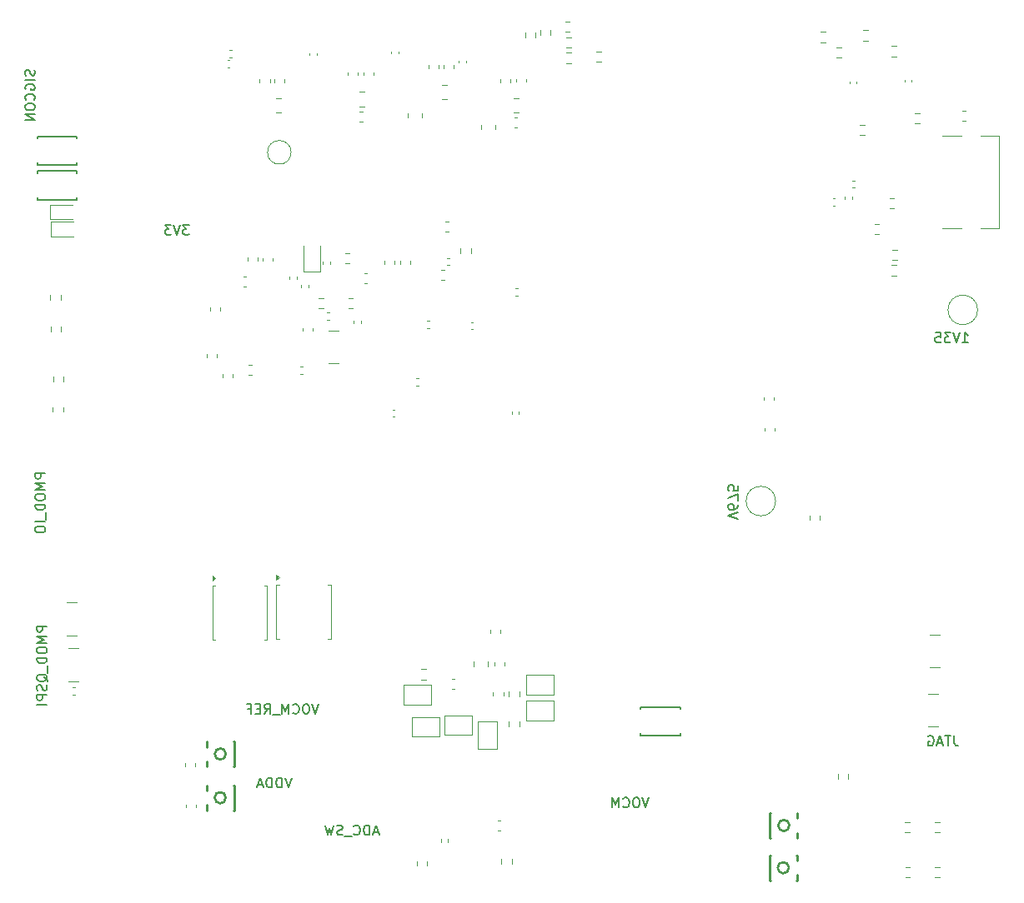
<source format=gbo>
G04 #@! TF.GenerationSoftware,KiCad,Pcbnew,9.0.3-9.0.3-0~ubuntu24.04.1*
G04 #@! TF.CreationDate,2025-08-06T18:11:09+02:00*
G04 #@! TF.ProjectId,acoustic-carrier-board,61636f75-7374-4696-932d-636172726965,rev?*
G04 #@! TF.SameCoordinates,Original*
G04 #@! TF.FileFunction,Legend,Bot*
G04 #@! TF.FilePolarity,Positive*
%FSLAX46Y46*%
G04 Gerber Fmt 4.6, Leading zero omitted, Abs format (unit mm)*
G04 Created by KiCad (PCBNEW 9.0.3-9.0.3-0~ubuntu24.04.1) date 2025-08-06 18:11:09*
%MOMM*%
%LPD*%
G01*
G04 APERTURE LIST*
%ADD10C,0.160000*%
%ADD11C,0.127000*%
%ADD12C,0.120000*%
%ADD13C,0.254000*%
G04 APERTURE END LIST*
D10*
X141182832Y-86709299D02*
X141754260Y-86709299D01*
X141468546Y-86709299D02*
X141468546Y-85709299D01*
X141468546Y-85709299D02*
X141563784Y-85852156D01*
X141563784Y-85852156D02*
X141659022Y-85947394D01*
X141659022Y-85947394D02*
X141754260Y-85995013D01*
X140897117Y-85709299D02*
X140563784Y-86709299D01*
X140563784Y-86709299D02*
X140230451Y-85709299D01*
X139992355Y-85709299D02*
X139373308Y-85709299D01*
X139373308Y-85709299D02*
X139706641Y-86090251D01*
X139706641Y-86090251D02*
X139563784Y-86090251D01*
X139563784Y-86090251D02*
X139468546Y-86137870D01*
X139468546Y-86137870D02*
X139420927Y-86185489D01*
X139420927Y-86185489D02*
X139373308Y-86280727D01*
X139373308Y-86280727D02*
X139373308Y-86518822D01*
X139373308Y-86518822D02*
X139420927Y-86614060D01*
X139420927Y-86614060D02*
X139468546Y-86661680D01*
X139468546Y-86661680D02*
X139563784Y-86709299D01*
X139563784Y-86709299D02*
X139849498Y-86709299D01*
X139849498Y-86709299D02*
X139944736Y-86661680D01*
X139944736Y-86661680D02*
X139992355Y-86614060D01*
X138468546Y-85709299D02*
X138944736Y-85709299D01*
X138944736Y-85709299D02*
X138992355Y-86185489D01*
X138992355Y-86185489D02*
X138944736Y-86137870D01*
X138944736Y-86137870D02*
X138849498Y-86090251D01*
X138849498Y-86090251D02*
X138611403Y-86090251D01*
X138611403Y-86090251D02*
X138516165Y-86137870D01*
X138516165Y-86137870D02*
X138468546Y-86185489D01*
X138468546Y-86185489D02*
X138420927Y-86280727D01*
X138420927Y-86280727D02*
X138420927Y-86518822D01*
X138420927Y-86518822D02*
X138468546Y-86614060D01*
X138468546Y-86614060D02*
X138516165Y-86661680D01*
X138516165Y-86661680D02*
X138611403Y-86709299D01*
X138611403Y-86709299D02*
X138849498Y-86709299D01*
X138849498Y-86709299D02*
X138944736Y-86661680D01*
X138944736Y-86661680D02*
X138992355Y-86614060D01*
X62671879Y-74759299D02*
X62052832Y-74759299D01*
X62052832Y-74759299D02*
X62386165Y-75140251D01*
X62386165Y-75140251D02*
X62243308Y-75140251D01*
X62243308Y-75140251D02*
X62148070Y-75187870D01*
X62148070Y-75187870D02*
X62100451Y-75235489D01*
X62100451Y-75235489D02*
X62052832Y-75330727D01*
X62052832Y-75330727D02*
X62052832Y-75568822D01*
X62052832Y-75568822D02*
X62100451Y-75664060D01*
X62100451Y-75664060D02*
X62148070Y-75711680D01*
X62148070Y-75711680D02*
X62243308Y-75759299D01*
X62243308Y-75759299D02*
X62529022Y-75759299D01*
X62529022Y-75759299D02*
X62624260Y-75711680D01*
X62624260Y-75711680D02*
X62671879Y-75664060D01*
X61767117Y-74759299D02*
X61433784Y-75759299D01*
X61433784Y-75759299D02*
X61100451Y-74759299D01*
X60862355Y-74759299D02*
X60243308Y-74759299D01*
X60243308Y-74759299D02*
X60576641Y-75140251D01*
X60576641Y-75140251D02*
X60433784Y-75140251D01*
X60433784Y-75140251D02*
X60338546Y-75187870D01*
X60338546Y-75187870D02*
X60290927Y-75235489D01*
X60290927Y-75235489D02*
X60243308Y-75330727D01*
X60243308Y-75330727D02*
X60243308Y-75568822D01*
X60243308Y-75568822D02*
X60290927Y-75664060D01*
X60290927Y-75664060D02*
X60338546Y-75711680D01*
X60338546Y-75711680D02*
X60433784Y-75759299D01*
X60433784Y-75759299D02*
X60719498Y-75759299D01*
X60719498Y-75759299D02*
X60814736Y-75711680D01*
X60814736Y-75711680D02*
X60862355Y-75664060D01*
X48059299Y-99973358D02*
X47059299Y-99973358D01*
X47059299Y-99973358D02*
X47059299Y-100354310D01*
X47059299Y-100354310D02*
X47106918Y-100449548D01*
X47106918Y-100449548D02*
X47154537Y-100497167D01*
X47154537Y-100497167D02*
X47249775Y-100544786D01*
X47249775Y-100544786D02*
X47392632Y-100544786D01*
X47392632Y-100544786D02*
X47487870Y-100497167D01*
X47487870Y-100497167D02*
X47535489Y-100449548D01*
X47535489Y-100449548D02*
X47583108Y-100354310D01*
X47583108Y-100354310D02*
X47583108Y-99973358D01*
X48059299Y-100973358D02*
X47059299Y-100973358D01*
X47059299Y-100973358D02*
X47773584Y-101306691D01*
X47773584Y-101306691D02*
X47059299Y-101640024D01*
X47059299Y-101640024D02*
X48059299Y-101640024D01*
X47059299Y-102306691D02*
X47059299Y-102497167D01*
X47059299Y-102497167D02*
X47106918Y-102592405D01*
X47106918Y-102592405D02*
X47202156Y-102687643D01*
X47202156Y-102687643D02*
X47392632Y-102735262D01*
X47392632Y-102735262D02*
X47725965Y-102735262D01*
X47725965Y-102735262D02*
X47916441Y-102687643D01*
X47916441Y-102687643D02*
X48011680Y-102592405D01*
X48011680Y-102592405D02*
X48059299Y-102497167D01*
X48059299Y-102497167D02*
X48059299Y-102306691D01*
X48059299Y-102306691D02*
X48011680Y-102211453D01*
X48011680Y-102211453D02*
X47916441Y-102116215D01*
X47916441Y-102116215D02*
X47725965Y-102068596D01*
X47725965Y-102068596D02*
X47392632Y-102068596D01*
X47392632Y-102068596D02*
X47202156Y-102116215D01*
X47202156Y-102116215D02*
X47106918Y-102211453D01*
X47106918Y-102211453D02*
X47059299Y-102306691D01*
X48059299Y-103163834D02*
X47059299Y-103163834D01*
X47059299Y-103163834D02*
X47059299Y-103401929D01*
X47059299Y-103401929D02*
X47106918Y-103544786D01*
X47106918Y-103544786D02*
X47202156Y-103640024D01*
X47202156Y-103640024D02*
X47297394Y-103687643D01*
X47297394Y-103687643D02*
X47487870Y-103735262D01*
X47487870Y-103735262D02*
X47630727Y-103735262D01*
X47630727Y-103735262D02*
X47821203Y-103687643D01*
X47821203Y-103687643D02*
X47916441Y-103640024D01*
X47916441Y-103640024D02*
X48011680Y-103544786D01*
X48011680Y-103544786D02*
X48059299Y-103401929D01*
X48059299Y-103401929D02*
X48059299Y-103163834D01*
X48154537Y-103925739D02*
X48154537Y-104687643D01*
X48059299Y-104925739D02*
X47059299Y-104925739D01*
X47059299Y-105592405D02*
X47059299Y-105782881D01*
X47059299Y-105782881D02*
X47106918Y-105878119D01*
X47106918Y-105878119D02*
X47202156Y-105973357D01*
X47202156Y-105973357D02*
X47392632Y-106020976D01*
X47392632Y-106020976D02*
X47725965Y-106020976D01*
X47725965Y-106020976D02*
X47916441Y-105973357D01*
X47916441Y-105973357D02*
X48011680Y-105878119D01*
X48011680Y-105878119D02*
X48059299Y-105782881D01*
X48059299Y-105782881D02*
X48059299Y-105592405D01*
X48059299Y-105592405D02*
X48011680Y-105497167D01*
X48011680Y-105497167D02*
X47916441Y-105401929D01*
X47916441Y-105401929D02*
X47725965Y-105354310D01*
X47725965Y-105354310D02*
X47392632Y-105354310D01*
X47392632Y-105354310D02*
X47202156Y-105401929D01*
X47202156Y-105401929D02*
X47106918Y-105497167D01*
X47106918Y-105497167D02*
X47059299Y-105592405D01*
X73079498Y-130929299D02*
X72746165Y-131929299D01*
X72746165Y-131929299D02*
X72412832Y-130929299D01*
X72079498Y-131929299D02*
X72079498Y-130929299D01*
X72079498Y-130929299D02*
X71841403Y-130929299D01*
X71841403Y-130929299D02*
X71698546Y-130976918D01*
X71698546Y-130976918D02*
X71603308Y-131072156D01*
X71603308Y-131072156D02*
X71555689Y-131167394D01*
X71555689Y-131167394D02*
X71508070Y-131357870D01*
X71508070Y-131357870D02*
X71508070Y-131500727D01*
X71508070Y-131500727D02*
X71555689Y-131691203D01*
X71555689Y-131691203D02*
X71603308Y-131786441D01*
X71603308Y-131786441D02*
X71698546Y-131881680D01*
X71698546Y-131881680D02*
X71841403Y-131929299D01*
X71841403Y-131929299D02*
X72079498Y-131929299D01*
X71079498Y-131929299D02*
X71079498Y-130929299D01*
X71079498Y-130929299D02*
X70841403Y-130929299D01*
X70841403Y-130929299D02*
X70698546Y-130976918D01*
X70698546Y-130976918D02*
X70603308Y-131072156D01*
X70603308Y-131072156D02*
X70555689Y-131167394D01*
X70555689Y-131167394D02*
X70508070Y-131357870D01*
X70508070Y-131357870D02*
X70508070Y-131500727D01*
X70508070Y-131500727D02*
X70555689Y-131691203D01*
X70555689Y-131691203D02*
X70603308Y-131786441D01*
X70603308Y-131786441D02*
X70698546Y-131881680D01*
X70698546Y-131881680D02*
X70841403Y-131929299D01*
X70841403Y-131929299D02*
X71079498Y-131929299D01*
X70127117Y-131643584D02*
X69650927Y-131643584D01*
X70222355Y-131929299D02*
X69889022Y-130929299D01*
X69889022Y-130929299D02*
X69555689Y-131929299D01*
X109369498Y-132949299D02*
X109036165Y-133949299D01*
X109036165Y-133949299D02*
X108702832Y-132949299D01*
X108179022Y-132949299D02*
X107988546Y-132949299D01*
X107988546Y-132949299D02*
X107893308Y-132996918D01*
X107893308Y-132996918D02*
X107798070Y-133092156D01*
X107798070Y-133092156D02*
X107750451Y-133282632D01*
X107750451Y-133282632D02*
X107750451Y-133615965D01*
X107750451Y-133615965D02*
X107798070Y-133806441D01*
X107798070Y-133806441D02*
X107893308Y-133901680D01*
X107893308Y-133901680D02*
X107988546Y-133949299D01*
X107988546Y-133949299D02*
X108179022Y-133949299D01*
X108179022Y-133949299D02*
X108274260Y-133901680D01*
X108274260Y-133901680D02*
X108369498Y-133806441D01*
X108369498Y-133806441D02*
X108417117Y-133615965D01*
X108417117Y-133615965D02*
X108417117Y-133282632D01*
X108417117Y-133282632D02*
X108369498Y-133092156D01*
X108369498Y-133092156D02*
X108274260Y-132996918D01*
X108274260Y-132996918D02*
X108179022Y-132949299D01*
X106750451Y-133854060D02*
X106798070Y-133901680D01*
X106798070Y-133901680D02*
X106940927Y-133949299D01*
X106940927Y-133949299D02*
X107036165Y-133949299D01*
X107036165Y-133949299D02*
X107179022Y-133901680D01*
X107179022Y-133901680D02*
X107274260Y-133806441D01*
X107274260Y-133806441D02*
X107321879Y-133711203D01*
X107321879Y-133711203D02*
X107369498Y-133520727D01*
X107369498Y-133520727D02*
X107369498Y-133377870D01*
X107369498Y-133377870D02*
X107321879Y-133187394D01*
X107321879Y-133187394D02*
X107274260Y-133092156D01*
X107274260Y-133092156D02*
X107179022Y-132996918D01*
X107179022Y-132996918D02*
X107036165Y-132949299D01*
X107036165Y-132949299D02*
X106940927Y-132949299D01*
X106940927Y-132949299D02*
X106798070Y-132996918D01*
X106798070Y-132996918D02*
X106750451Y-133044537D01*
X106321879Y-133949299D02*
X106321879Y-132949299D01*
X106321879Y-132949299D02*
X105988546Y-133663584D01*
X105988546Y-133663584D02*
X105655213Y-132949299D01*
X105655213Y-132949299D02*
X105655213Y-133949299D01*
X140340927Y-126669299D02*
X140340927Y-127383584D01*
X140340927Y-127383584D02*
X140388546Y-127526441D01*
X140388546Y-127526441D02*
X140483784Y-127621680D01*
X140483784Y-127621680D02*
X140626641Y-127669299D01*
X140626641Y-127669299D02*
X140721879Y-127669299D01*
X140007593Y-126669299D02*
X139436165Y-126669299D01*
X139721879Y-127669299D02*
X139721879Y-126669299D01*
X139150450Y-127383584D02*
X138674260Y-127383584D01*
X139245688Y-127669299D02*
X138912355Y-126669299D01*
X138912355Y-126669299D02*
X138579022Y-127669299D01*
X137721879Y-126716918D02*
X137817117Y-126669299D01*
X137817117Y-126669299D02*
X137959974Y-126669299D01*
X137959974Y-126669299D02*
X138102831Y-126716918D01*
X138102831Y-126716918D02*
X138198069Y-126812156D01*
X138198069Y-126812156D02*
X138245688Y-126907394D01*
X138245688Y-126907394D02*
X138293307Y-127097870D01*
X138293307Y-127097870D02*
X138293307Y-127240727D01*
X138293307Y-127240727D02*
X138245688Y-127431203D01*
X138245688Y-127431203D02*
X138198069Y-127526441D01*
X138198069Y-127526441D02*
X138102831Y-127621680D01*
X138102831Y-127621680D02*
X137959974Y-127669299D01*
X137959974Y-127669299D02*
X137864736Y-127669299D01*
X137864736Y-127669299D02*
X137721879Y-127621680D01*
X137721879Y-127621680D02*
X137674260Y-127574060D01*
X137674260Y-127574060D02*
X137674260Y-127240727D01*
X137674260Y-127240727D02*
X137864736Y-127240727D01*
X118392950Y-104629498D02*
X117392950Y-104296165D01*
X117392950Y-104296165D02*
X118392950Y-103962832D01*
X118392950Y-103200927D02*
X118392950Y-103391403D01*
X118392950Y-103391403D02*
X118345331Y-103486641D01*
X118345331Y-103486641D02*
X118297712Y-103534260D01*
X118297712Y-103534260D02*
X118154855Y-103629498D01*
X118154855Y-103629498D02*
X117964379Y-103677117D01*
X117964379Y-103677117D02*
X117583427Y-103677117D01*
X117583427Y-103677117D02*
X117488189Y-103629498D01*
X117488189Y-103629498D02*
X117440570Y-103581879D01*
X117440570Y-103581879D02*
X117392950Y-103486641D01*
X117392950Y-103486641D02*
X117392950Y-103296165D01*
X117392950Y-103296165D02*
X117440570Y-103200927D01*
X117440570Y-103200927D02*
X117488189Y-103153308D01*
X117488189Y-103153308D02*
X117583427Y-103105689D01*
X117583427Y-103105689D02*
X117821522Y-103105689D01*
X117821522Y-103105689D02*
X117916760Y-103153308D01*
X117916760Y-103153308D02*
X117964379Y-103200927D01*
X117964379Y-103200927D02*
X118011998Y-103296165D01*
X118011998Y-103296165D02*
X118011998Y-103486641D01*
X118011998Y-103486641D02*
X117964379Y-103581879D01*
X117964379Y-103581879D02*
X117916760Y-103629498D01*
X117916760Y-103629498D02*
X117821522Y-103677117D01*
X118392950Y-102772355D02*
X118392950Y-102105689D01*
X118392950Y-102105689D02*
X117392950Y-102534260D01*
X118392950Y-101248546D02*
X118392950Y-101724736D01*
X118392950Y-101724736D02*
X117916760Y-101772355D01*
X117916760Y-101772355D02*
X117964379Y-101724736D01*
X117964379Y-101724736D02*
X118011998Y-101629498D01*
X118011998Y-101629498D02*
X118011998Y-101391403D01*
X118011998Y-101391403D02*
X117964379Y-101296165D01*
X117964379Y-101296165D02*
X117916760Y-101248546D01*
X117916760Y-101248546D02*
X117821522Y-101200927D01*
X117821522Y-101200927D02*
X117583427Y-101200927D01*
X117583427Y-101200927D02*
X117488189Y-101248546D01*
X117488189Y-101248546D02*
X117440570Y-101296165D01*
X117440570Y-101296165D02*
X117392950Y-101391403D01*
X117392950Y-101391403D02*
X117392950Y-101629498D01*
X117392950Y-101629498D02*
X117440570Y-101724736D01*
X117440570Y-101724736D02*
X117488189Y-101772355D01*
X48229299Y-115543358D02*
X47229299Y-115543358D01*
X47229299Y-115543358D02*
X47229299Y-115924310D01*
X47229299Y-115924310D02*
X47276918Y-116019548D01*
X47276918Y-116019548D02*
X47324537Y-116067167D01*
X47324537Y-116067167D02*
X47419775Y-116114786D01*
X47419775Y-116114786D02*
X47562632Y-116114786D01*
X47562632Y-116114786D02*
X47657870Y-116067167D01*
X47657870Y-116067167D02*
X47705489Y-116019548D01*
X47705489Y-116019548D02*
X47753108Y-115924310D01*
X47753108Y-115924310D02*
X47753108Y-115543358D01*
X48229299Y-116543358D02*
X47229299Y-116543358D01*
X47229299Y-116543358D02*
X47943584Y-116876691D01*
X47943584Y-116876691D02*
X47229299Y-117210024D01*
X47229299Y-117210024D02*
X48229299Y-117210024D01*
X47229299Y-117876691D02*
X47229299Y-118067167D01*
X47229299Y-118067167D02*
X47276918Y-118162405D01*
X47276918Y-118162405D02*
X47372156Y-118257643D01*
X47372156Y-118257643D02*
X47562632Y-118305262D01*
X47562632Y-118305262D02*
X47895965Y-118305262D01*
X47895965Y-118305262D02*
X48086441Y-118257643D01*
X48086441Y-118257643D02*
X48181680Y-118162405D01*
X48181680Y-118162405D02*
X48229299Y-118067167D01*
X48229299Y-118067167D02*
X48229299Y-117876691D01*
X48229299Y-117876691D02*
X48181680Y-117781453D01*
X48181680Y-117781453D02*
X48086441Y-117686215D01*
X48086441Y-117686215D02*
X47895965Y-117638596D01*
X47895965Y-117638596D02*
X47562632Y-117638596D01*
X47562632Y-117638596D02*
X47372156Y-117686215D01*
X47372156Y-117686215D02*
X47276918Y-117781453D01*
X47276918Y-117781453D02*
X47229299Y-117876691D01*
X48229299Y-118733834D02*
X47229299Y-118733834D01*
X47229299Y-118733834D02*
X47229299Y-118971929D01*
X47229299Y-118971929D02*
X47276918Y-119114786D01*
X47276918Y-119114786D02*
X47372156Y-119210024D01*
X47372156Y-119210024D02*
X47467394Y-119257643D01*
X47467394Y-119257643D02*
X47657870Y-119305262D01*
X47657870Y-119305262D02*
X47800727Y-119305262D01*
X47800727Y-119305262D02*
X47991203Y-119257643D01*
X47991203Y-119257643D02*
X48086441Y-119210024D01*
X48086441Y-119210024D02*
X48181680Y-119114786D01*
X48181680Y-119114786D02*
X48229299Y-118971929D01*
X48229299Y-118971929D02*
X48229299Y-118733834D01*
X48324537Y-119495739D02*
X48324537Y-120257643D01*
X48324537Y-121162405D02*
X48276918Y-121067167D01*
X48276918Y-121067167D02*
X48181680Y-120971929D01*
X48181680Y-120971929D02*
X48038822Y-120829072D01*
X48038822Y-120829072D02*
X47991203Y-120733834D01*
X47991203Y-120733834D02*
X47991203Y-120638596D01*
X48229299Y-120686215D02*
X48181680Y-120590977D01*
X48181680Y-120590977D02*
X48086441Y-120495739D01*
X48086441Y-120495739D02*
X47895965Y-120448120D01*
X47895965Y-120448120D02*
X47562632Y-120448120D01*
X47562632Y-120448120D02*
X47372156Y-120495739D01*
X47372156Y-120495739D02*
X47276918Y-120590977D01*
X47276918Y-120590977D02*
X47229299Y-120686215D01*
X47229299Y-120686215D02*
X47229299Y-120876691D01*
X47229299Y-120876691D02*
X47276918Y-120971929D01*
X47276918Y-120971929D02*
X47372156Y-121067167D01*
X47372156Y-121067167D02*
X47562632Y-121114786D01*
X47562632Y-121114786D02*
X47895965Y-121114786D01*
X47895965Y-121114786D02*
X48086441Y-121067167D01*
X48086441Y-121067167D02*
X48181680Y-120971929D01*
X48181680Y-120971929D02*
X48229299Y-120876691D01*
X48229299Y-120876691D02*
X48229299Y-120686215D01*
X48181680Y-121495739D02*
X48229299Y-121638596D01*
X48229299Y-121638596D02*
X48229299Y-121876691D01*
X48229299Y-121876691D02*
X48181680Y-121971929D01*
X48181680Y-121971929D02*
X48134060Y-122019548D01*
X48134060Y-122019548D02*
X48038822Y-122067167D01*
X48038822Y-122067167D02*
X47943584Y-122067167D01*
X47943584Y-122067167D02*
X47848346Y-122019548D01*
X47848346Y-122019548D02*
X47800727Y-121971929D01*
X47800727Y-121971929D02*
X47753108Y-121876691D01*
X47753108Y-121876691D02*
X47705489Y-121686215D01*
X47705489Y-121686215D02*
X47657870Y-121590977D01*
X47657870Y-121590977D02*
X47610251Y-121543358D01*
X47610251Y-121543358D02*
X47515013Y-121495739D01*
X47515013Y-121495739D02*
X47419775Y-121495739D01*
X47419775Y-121495739D02*
X47324537Y-121543358D01*
X47324537Y-121543358D02*
X47276918Y-121590977D01*
X47276918Y-121590977D02*
X47229299Y-121686215D01*
X47229299Y-121686215D02*
X47229299Y-121924310D01*
X47229299Y-121924310D02*
X47276918Y-122067167D01*
X48229299Y-122495739D02*
X47229299Y-122495739D01*
X47229299Y-122495739D02*
X47229299Y-122876691D01*
X47229299Y-122876691D02*
X47276918Y-122971929D01*
X47276918Y-122971929D02*
X47324537Y-123019548D01*
X47324537Y-123019548D02*
X47419775Y-123067167D01*
X47419775Y-123067167D02*
X47562632Y-123067167D01*
X47562632Y-123067167D02*
X47657870Y-123019548D01*
X47657870Y-123019548D02*
X47705489Y-122971929D01*
X47705489Y-122971929D02*
X47753108Y-122876691D01*
X47753108Y-122876691D02*
X47753108Y-122495739D01*
X48229299Y-123495739D02*
X47229299Y-123495739D01*
X81874260Y-136473584D02*
X81398070Y-136473584D01*
X81969498Y-136759299D02*
X81636165Y-135759299D01*
X81636165Y-135759299D02*
X81302832Y-136759299D01*
X80969498Y-136759299D02*
X80969498Y-135759299D01*
X80969498Y-135759299D02*
X80731403Y-135759299D01*
X80731403Y-135759299D02*
X80588546Y-135806918D01*
X80588546Y-135806918D02*
X80493308Y-135902156D01*
X80493308Y-135902156D02*
X80445689Y-135997394D01*
X80445689Y-135997394D02*
X80398070Y-136187870D01*
X80398070Y-136187870D02*
X80398070Y-136330727D01*
X80398070Y-136330727D02*
X80445689Y-136521203D01*
X80445689Y-136521203D02*
X80493308Y-136616441D01*
X80493308Y-136616441D02*
X80588546Y-136711680D01*
X80588546Y-136711680D02*
X80731403Y-136759299D01*
X80731403Y-136759299D02*
X80969498Y-136759299D01*
X79398070Y-136664060D02*
X79445689Y-136711680D01*
X79445689Y-136711680D02*
X79588546Y-136759299D01*
X79588546Y-136759299D02*
X79683784Y-136759299D01*
X79683784Y-136759299D02*
X79826641Y-136711680D01*
X79826641Y-136711680D02*
X79921879Y-136616441D01*
X79921879Y-136616441D02*
X79969498Y-136521203D01*
X79969498Y-136521203D02*
X80017117Y-136330727D01*
X80017117Y-136330727D02*
X80017117Y-136187870D01*
X80017117Y-136187870D02*
X79969498Y-135997394D01*
X79969498Y-135997394D02*
X79921879Y-135902156D01*
X79921879Y-135902156D02*
X79826641Y-135806918D01*
X79826641Y-135806918D02*
X79683784Y-135759299D01*
X79683784Y-135759299D02*
X79588546Y-135759299D01*
X79588546Y-135759299D02*
X79445689Y-135806918D01*
X79445689Y-135806918D02*
X79398070Y-135854537D01*
X79207594Y-136854537D02*
X78445689Y-136854537D01*
X78255212Y-136711680D02*
X78112355Y-136759299D01*
X78112355Y-136759299D02*
X77874260Y-136759299D01*
X77874260Y-136759299D02*
X77779022Y-136711680D01*
X77779022Y-136711680D02*
X77731403Y-136664060D01*
X77731403Y-136664060D02*
X77683784Y-136568822D01*
X77683784Y-136568822D02*
X77683784Y-136473584D01*
X77683784Y-136473584D02*
X77731403Y-136378346D01*
X77731403Y-136378346D02*
X77779022Y-136330727D01*
X77779022Y-136330727D02*
X77874260Y-136283108D01*
X77874260Y-136283108D02*
X78064736Y-136235489D01*
X78064736Y-136235489D02*
X78159974Y-136187870D01*
X78159974Y-136187870D02*
X78207593Y-136140251D01*
X78207593Y-136140251D02*
X78255212Y-136045013D01*
X78255212Y-136045013D02*
X78255212Y-135949775D01*
X78255212Y-135949775D02*
X78207593Y-135854537D01*
X78207593Y-135854537D02*
X78159974Y-135806918D01*
X78159974Y-135806918D02*
X78064736Y-135759299D01*
X78064736Y-135759299D02*
X77826641Y-135759299D01*
X77826641Y-135759299D02*
X77683784Y-135806918D01*
X77350450Y-135759299D02*
X77112355Y-136759299D01*
X77112355Y-136759299D02*
X76921879Y-136045013D01*
X76921879Y-136045013D02*
X76731403Y-136759299D01*
X76731403Y-136759299D02*
X76493308Y-135759299D01*
X75839498Y-123444299D02*
X75506165Y-124444299D01*
X75506165Y-124444299D02*
X75172832Y-123444299D01*
X74649022Y-123444299D02*
X74458546Y-123444299D01*
X74458546Y-123444299D02*
X74363308Y-123491918D01*
X74363308Y-123491918D02*
X74268070Y-123587156D01*
X74268070Y-123587156D02*
X74220451Y-123777632D01*
X74220451Y-123777632D02*
X74220451Y-124110965D01*
X74220451Y-124110965D02*
X74268070Y-124301441D01*
X74268070Y-124301441D02*
X74363308Y-124396680D01*
X74363308Y-124396680D02*
X74458546Y-124444299D01*
X74458546Y-124444299D02*
X74649022Y-124444299D01*
X74649022Y-124444299D02*
X74744260Y-124396680D01*
X74744260Y-124396680D02*
X74839498Y-124301441D01*
X74839498Y-124301441D02*
X74887117Y-124110965D01*
X74887117Y-124110965D02*
X74887117Y-123777632D01*
X74887117Y-123777632D02*
X74839498Y-123587156D01*
X74839498Y-123587156D02*
X74744260Y-123491918D01*
X74744260Y-123491918D02*
X74649022Y-123444299D01*
X73220451Y-124349060D02*
X73268070Y-124396680D01*
X73268070Y-124396680D02*
X73410927Y-124444299D01*
X73410927Y-124444299D02*
X73506165Y-124444299D01*
X73506165Y-124444299D02*
X73649022Y-124396680D01*
X73649022Y-124396680D02*
X73744260Y-124301441D01*
X73744260Y-124301441D02*
X73791879Y-124206203D01*
X73791879Y-124206203D02*
X73839498Y-124015727D01*
X73839498Y-124015727D02*
X73839498Y-123872870D01*
X73839498Y-123872870D02*
X73791879Y-123682394D01*
X73791879Y-123682394D02*
X73744260Y-123587156D01*
X73744260Y-123587156D02*
X73649022Y-123491918D01*
X73649022Y-123491918D02*
X73506165Y-123444299D01*
X73506165Y-123444299D02*
X73410927Y-123444299D01*
X73410927Y-123444299D02*
X73268070Y-123491918D01*
X73268070Y-123491918D02*
X73220451Y-123539537D01*
X72791879Y-124444299D02*
X72791879Y-123444299D01*
X72791879Y-123444299D02*
X72458546Y-124158584D01*
X72458546Y-124158584D02*
X72125213Y-123444299D01*
X72125213Y-123444299D02*
X72125213Y-124444299D01*
X71887118Y-124539537D02*
X71125213Y-124539537D01*
X70315689Y-124444299D02*
X70649022Y-123968108D01*
X70887117Y-124444299D02*
X70887117Y-123444299D01*
X70887117Y-123444299D02*
X70506165Y-123444299D01*
X70506165Y-123444299D02*
X70410927Y-123491918D01*
X70410927Y-123491918D02*
X70363308Y-123539537D01*
X70363308Y-123539537D02*
X70315689Y-123634775D01*
X70315689Y-123634775D02*
X70315689Y-123777632D01*
X70315689Y-123777632D02*
X70363308Y-123872870D01*
X70363308Y-123872870D02*
X70410927Y-123920489D01*
X70410927Y-123920489D02*
X70506165Y-123968108D01*
X70506165Y-123968108D02*
X70887117Y-123968108D01*
X69887117Y-123920489D02*
X69553784Y-123920489D01*
X69410927Y-124444299D02*
X69887117Y-124444299D01*
X69887117Y-124444299D02*
X69887117Y-123444299D01*
X69887117Y-123444299D02*
X69410927Y-123444299D01*
X68649022Y-123920489D02*
X68982355Y-123920489D01*
X68982355Y-124444299D02*
X68982355Y-123444299D01*
X68982355Y-123444299D02*
X68506165Y-123444299D01*
X46981680Y-58985739D02*
X47029299Y-59128596D01*
X47029299Y-59128596D02*
X47029299Y-59366691D01*
X47029299Y-59366691D02*
X46981680Y-59461929D01*
X46981680Y-59461929D02*
X46934060Y-59509548D01*
X46934060Y-59509548D02*
X46838822Y-59557167D01*
X46838822Y-59557167D02*
X46743584Y-59557167D01*
X46743584Y-59557167D02*
X46648346Y-59509548D01*
X46648346Y-59509548D02*
X46600727Y-59461929D01*
X46600727Y-59461929D02*
X46553108Y-59366691D01*
X46553108Y-59366691D02*
X46505489Y-59176215D01*
X46505489Y-59176215D02*
X46457870Y-59080977D01*
X46457870Y-59080977D02*
X46410251Y-59033358D01*
X46410251Y-59033358D02*
X46315013Y-58985739D01*
X46315013Y-58985739D02*
X46219775Y-58985739D01*
X46219775Y-58985739D02*
X46124537Y-59033358D01*
X46124537Y-59033358D02*
X46076918Y-59080977D01*
X46076918Y-59080977D02*
X46029299Y-59176215D01*
X46029299Y-59176215D02*
X46029299Y-59414310D01*
X46029299Y-59414310D02*
X46076918Y-59557167D01*
X47029299Y-59985739D02*
X46029299Y-59985739D01*
X46076918Y-60985738D02*
X46029299Y-60890500D01*
X46029299Y-60890500D02*
X46029299Y-60747643D01*
X46029299Y-60747643D02*
X46076918Y-60604786D01*
X46076918Y-60604786D02*
X46172156Y-60509548D01*
X46172156Y-60509548D02*
X46267394Y-60461929D01*
X46267394Y-60461929D02*
X46457870Y-60414310D01*
X46457870Y-60414310D02*
X46600727Y-60414310D01*
X46600727Y-60414310D02*
X46791203Y-60461929D01*
X46791203Y-60461929D02*
X46886441Y-60509548D01*
X46886441Y-60509548D02*
X46981680Y-60604786D01*
X46981680Y-60604786D02*
X47029299Y-60747643D01*
X47029299Y-60747643D02*
X47029299Y-60842881D01*
X47029299Y-60842881D02*
X46981680Y-60985738D01*
X46981680Y-60985738D02*
X46934060Y-61033357D01*
X46934060Y-61033357D02*
X46600727Y-61033357D01*
X46600727Y-61033357D02*
X46600727Y-60842881D01*
X46934060Y-62033357D02*
X46981680Y-61985738D01*
X46981680Y-61985738D02*
X47029299Y-61842881D01*
X47029299Y-61842881D02*
X47029299Y-61747643D01*
X47029299Y-61747643D02*
X46981680Y-61604786D01*
X46981680Y-61604786D02*
X46886441Y-61509548D01*
X46886441Y-61509548D02*
X46791203Y-61461929D01*
X46791203Y-61461929D02*
X46600727Y-61414310D01*
X46600727Y-61414310D02*
X46457870Y-61414310D01*
X46457870Y-61414310D02*
X46267394Y-61461929D01*
X46267394Y-61461929D02*
X46172156Y-61509548D01*
X46172156Y-61509548D02*
X46076918Y-61604786D01*
X46076918Y-61604786D02*
X46029299Y-61747643D01*
X46029299Y-61747643D02*
X46029299Y-61842881D01*
X46029299Y-61842881D02*
X46076918Y-61985738D01*
X46076918Y-61985738D02*
X46124537Y-62033357D01*
X46029299Y-62652405D02*
X46029299Y-62842881D01*
X46029299Y-62842881D02*
X46076918Y-62938119D01*
X46076918Y-62938119D02*
X46172156Y-63033357D01*
X46172156Y-63033357D02*
X46362632Y-63080976D01*
X46362632Y-63080976D02*
X46695965Y-63080976D01*
X46695965Y-63080976D02*
X46886441Y-63033357D01*
X46886441Y-63033357D02*
X46981680Y-62938119D01*
X46981680Y-62938119D02*
X47029299Y-62842881D01*
X47029299Y-62842881D02*
X47029299Y-62652405D01*
X47029299Y-62652405D02*
X46981680Y-62557167D01*
X46981680Y-62557167D02*
X46886441Y-62461929D01*
X46886441Y-62461929D02*
X46695965Y-62414310D01*
X46695965Y-62414310D02*
X46362632Y-62414310D01*
X46362632Y-62414310D02*
X46172156Y-62461929D01*
X46172156Y-62461929D02*
X46076918Y-62557167D01*
X46076918Y-62557167D02*
X46029299Y-62652405D01*
X47029299Y-63509548D02*
X46029299Y-63509548D01*
X46029299Y-63509548D02*
X47029299Y-64080976D01*
X47029299Y-64080976D02*
X46029299Y-64080976D01*
D11*
X108520000Y-123730000D02*
X108520000Y-123960000D01*
X108520000Y-126400000D02*
X108520000Y-126630000D01*
X108520000Y-126630000D02*
X112520000Y-126630000D01*
X112520000Y-123730000D02*
X108520000Y-123730000D01*
X112520000Y-123730000D02*
X112520000Y-123960000D01*
X112520000Y-126630000D02*
X112520000Y-126400000D01*
D12*
X71493748Y-61860000D02*
X72016252Y-61860000D01*
X71493748Y-63330000D02*
X72016252Y-63330000D01*
X78745000Y-59505580D02*
X78745000Y-59224420D01*
X79765000Y-59505580D02*
X79765000Y-59224420D01*
X88610000Y-124600000D02*
X88610000Y-126600000D01*
X88610000Y-126600000D02*
X91410000Y-126600000D01*
X91410000Y-124600000D02*
X88610000Y-124600000D01*
X91410000Y-126600000D02*
X91410000Y-124600000D01*
D11*
X47250000Y-69270000D02*
X47250000Y-69500000D01*
X47250000Y-72170000D02*
X47250000Y-71940000D01*
X47250000Y-72170000D02*
X51250000Y-72170000D01*
X51250000Y-69270000D02*
X47250000Y-69270000D01*
X51250000Y-69500000D02*
X51250000Y-69270000D01*
X51250000Y-72170000D02*
X51250000Y-71940000D01*
D12*
X48847500Y-93262742D02*
X48847500Y-93737258D01*
X49892500Y-93262742D02*
X49892500Y-93737258D01*
X94001920Y-135270000D02*
X94283080Y-135270000D01*
X94001920Y-136290000D02*
X94283080Y-136290000D01*
X95890000Y-60220580D02*
X95890000Y-59939420D01*
X96910000Y-60220580D02*
X96910000Y-59939420D01*
X68630000Y-78412779D02*
X68630000Y-78087221D01*
X69650000Y-78412779D02*
X69650000Y-78087221D01*
X141167221Y-63170000D02*
X141492779Y-63170000D01*
X141167221Y-64190000D02*
X141492779Y-64190000D01*
X128537500Y-131054724D02*
X128537500Y-130545276D01*
X129582500Y-131054724D02*
X129582500Y-130545276D01*
X142730000Y-83380000D02*
G75*
G02*
X139730000Y-83380000I-1500000J0D01*
G01*
X139730000Y-83380000D02*
G75*
G02*
X142730000Y-83380000I1500000J0D01*
G01*
X122222250Y-102810000D02*
G75*
G02*
X119222250Y-102810000I-1500000J0D01*
G01*
X119222250Y-102810000D02*
G75*
G02*
X122222250Y-102810000I1500000J0D01*
G01*
X73030000Y-67370000D02*
G75*
G02*
X70630000Y-67370000I-1200000J0D01*
G01*
X70630000Y-67370000D02*
G75*
G02*
X73030000Y-67370000I1200000J0D01*
G01*
X134497258Y-78847500D02*
X134022742Y-78847500D01*
X134497258Y-79892500D02*
X134022742Y-79892500D01*
X93675000Y-119207221D02*
X93675000Y-119532779D01*
X94695000Y-119207221D02*
X94695000Y-119532779D01*
X139130000Y-65670000D02*
X141130000Y-65670000D01*
X139130000Y-75070000D02*
X141130000Y-75070000D01*
X143030000Y-65670000D02*
X144930000Y-65670000D01*
X143030000Y-75070000D02*
X144930000Y-75070000D01*
X144930000Y-65670000D02*
X144930000Y-75070000D01*
X135320000Y-60207836D02*
X135320000Y-59992164D01*
X136040000Y-60207836D02*
X136040000Y-59992164D01*
X121060000Y-92530580D02*
X121060000Y-92249420D01*
X122080000Y-92530580D02*
X122080000Y-92249420D01*
X89344420Y-120860000D02*
X89625580Y-120860000D01*
X89344420Y-121880000D02*
X89625580Y-121880000D01*
X70150000Y-78099420D02*
X70150000Y-78380580D01*
X71170000Y-78099420D02*
X71170000Y-78380580D01*
X100952744Y-55657499D02*
X101427260Y-55657499D01*
X100952744Y-56702499D02*
X101427260Y-56702499D01*
X79350000Y-84773641D02*
X79350000Y-84466359D01*
X80110000Y-84773641D02*
X80110000Y-84466359D01*
X95137500Y-122162742D02*
X95137500Y-122637258D01*
X96182500Y-122162742D02*
X96182500Y-122637258D01*
X134267258Y-72007500D02*
X133792742Y-72007500D01*
X134267258Y-73052500D02*
X133792742Y-73052500D01*
X72860000Y-80273641D02*
X72860000Y-79966359D01*
X73620000Y-80273641D02*
X73620000Y-79966359D01*
X62300000Y-129756267D02*
X62300000Y-129463733D01*
X63320000Y-129756267D02*
X63320000Y-129463733D01*
X129732500Y-60375336D02*
X129732500Y-60159664D01*
X130452500Y-60375336D02*
X130452500Y-60159664D01*
X138910000Y-116370000D02*
X137910000Y-116370000D01*
X138910000Y-119730000D02*
X137910000Y-119730000D01*
X50826359Y-121760000D02*
X51133641Y-121760000D01*
X50826359Y-122520000D02*
X51133641Y-122520000D01*
X74310000Y-79520000D02*
X74310000Y-76860000D01*
X76010000Y-79520000D02*
X74310000Y-79520000D01*
X76010000Y-79520000D02*
X76010000Y-76860000D01*
X50250000Y-113140000D02*
X51250000Y-113140000D01*
X50250000Y-116500000D02*
X51250000Y-116500000D01*
X88220000Y-137457621D02*
X88220000Y-137122379D01*
X88980000Y-137457621D02*
X88980000Y-137122379D01*
X82500000Y-78700580D02*
X82500000Y-78419420D01*
X83520000Y-78700580D02*
X83520000Y-78419420D01*
X90222500Y-77607258D02*
X90222500Y-77132742D01*
X91267500Y-77607258D02*
X91267500Y-77132742D01*
X74895000Y-57277164D02*
X74895000Y-57492836D01*
X75615000Y-57277164D02*
X75615000Y-57492836D01*
X78957258Y-77627500D02*
X78482742Y-77627500D01*
X78957258Y-78672500D02*
X78482742Y-78672500D01*
X138892258Y-135437500D02*
X138417742Y-135437500D01*
X138892258Y-136482500D02*
X138417742Y-136482500D01*
X64832500Y-83425580D02*
X64832500Y-83144420D01*
X65852500Y-83425580D02*
X65852500Y-83144420D01*
X138892258Y-139987500D02*
X138417742Y-139987500D01*
X138892258Y-141032500D02*
X138417742Y-141032500D01*
X80765580Y-79620000D02*
X80484420Y-79620000D01*
X80765580Y-80640000D02*
X80484420Y-80640000D01*
X136857258Y-63397500D02*
X136382742Y-63397500D01*
X136857258Y-64442500D02*
X136382742Y-64442500D01*
X95420000Y-93712164D02*
X95420000Y-93927836D01*
X96140000Y-93712164D02*
X96140000Y-93927836D01*
X96860000Y-123100000D02*
X96860000Y-125100000D01*
X96860000Y-125100000D02*
X99660000Y-125100000D01*
X99660000Y-123100000D02*
X96860000Y-123100000D01*
X99660000Y-125100000D02*
X99660000Y-123100000D01*
X91302164Y-84640000D02*
X91517836Y-84640000D01*
X91302164Y-85360000D02*
X91517836Y-85360000D01*
X85937836Y-90340000D02*
X85722164Y-90340000D01*
X85937836Y-91060000D02*
X85722164Y-91060000D01*
X134072742Y-77287500D02*
X134547258Y-77287500D01*
X134072742Y-78332500D02*
X134547258Y-78332500D01*
X76830000Y-85470000D02*
X77830000Y-85470000D01*
X76830000Y-88830000D02*
X77830000Y-88830000D01*
X96860000Y-120500000D02*
X96860000Y-122500000D01*
X96860000Y-122500000D02*
X99660000Y-122500000D01*
X99660000Y-120500000D02*
X96860000Y-120500000D01*
X99660000Y-122500000D02*
X99660000Y-120500000D01*
X135842258Y-135437500D02*
X135367742Y-135437500D01*
X135842258Y-136482500D02*
X135367742Y-136482500D01*
X87057836Y-84510000D02*
X86842164Y-84510000D01*
X87057836Y-85230000D02*
X86842164Y-85230000D01*
X92305000Y-64592936D02*
X92305000Y-65047064D01*
X93775000Y-64592936D02*
X93775000Y-65047064D01*
X86995000Y-58805580D02*
X86995000Y-58524420D01*
X88015000Y-58805580D02*
X88015000Y-58524420D01*
X128237836Y-72060000D02*
X128022164Y-72060000D01*
X128237836Y-72780000D02*
X128022164Y-72780000D01*
X48627500Y-85567258D02*
X48627500Y-85092742D01*
X49672500Y-85567258D02*
X49672500Y-85092742D01*
X65085000Y-111410000D02*
X65355000Y-111410000D01*
X65085000Y-114170000D02*
X65085000Y-111410000D01*
X65085000Y-114170000D02*
X65085000Y-116930000D01*
X65085000Y-116930000D02*
X65355000Y-116930000D01*
X70605000Y-111410000D02*
X70335000Y-111410000D01*
X70605000Y-114170000D02*
X70605000Y-111410000D01*
X70605000Y-114170000D02*
X70605000Y-116930000D01*
X70605000Y-116930000D02*
X70335000Y-116930000D01*
X65355000Y-110645000D02*
X65025000Y-110885000D01*
X65025000Y-110405000D01*
X65355000Y-110645000D01*
G36*
X65355000Y-110645000D02*
G01*
X65025000Y-110885000D01*
X65025000Y-110405000D01*
X65355000Y-110645000D01*
G37*
D13*
X121657500Y-134510160D02*
X121724000Y-134510160D01*
X121657500Y-135049160D02*
X121657500Y-134510160D01*
X121657500Y-135049160D02*
X121657500Y-136511160D01*
X121657500Y-137050160D02*
X121657500Y-136511160D01*
X121724000Y-137050160D02*
X121657500Y-137050160D01*
X124386000Y-134510160D02*
X124452500Y-134510160D01*
X124452500Y-134510160D02*
X124452500Y-135049160D01*
X124452500Y-136511160D02*
X124452500Y-137050160D01*
X124452500Y-137050160D02*
X124386000Y-137050160D01*
X123623000Y-135780160D02*
G75*
G02*
X122487000Y-135780160I-568000J0D01*
G01*
X122487000Y-135780160D02*
G75*
G02*
X123623000Y-135780160I568000J0D01*
G01*
X64445000Y-127250000D02*
X64511500Y-127250000D01*
X64445000Y-127789000D02*
X64445000Y-127250000D01*
X64445000Y-129790000D02*
X64445000Y-129251000D01*
X64511500Y-129790000D02*
X64445000Y-129790000D01*
X67173500Y-127250000D02*
X67240000Y-127250000D01*
X67240000Y-127250000D02*
X67240000Y-127789000D01*
X67240000Y-129251000D02*
X67240000Y-127789000D01*
X67240000Y-129251000D02*
X67240000Y-129790000D01*
X67240000Y-129790000D02*
X67173500Y-129790000D01*
X66410500Y-128520000D02*
G75*
G02*
X65274500Y-128520000I-568000J0D01*
G01*
X65274500Y-128520000D02*
G75*
G02*
X66410500Y-128520000I568000J0D01*
G01*
D12*
X66777836Y-58000000D02*
X66562164Y-58000000D01*
X66777836Y-58720000D02*
X66562164Y-58720000D01*
X132747258Y-74665500D02*
X132272742Y-74665500D01*
X132747258Y-75710500D02*
X132272742Y-75710500D01*
X48555000Y-72675000D02*
X50840000Y-72675000D01*
X48555000Y-74145000D02*
X48555000Y-72675000D01*
X50840000Y-74145000D02*
X48555000Y-74145000D01*
X74190000Y-85209420D02*
X74190000Y-85490580D01*
X75210000Y-85209420D02*
X75210000Y-85490580D01*
X93550000Y-122284420D02*
X93550000Y-122565580D01*
X94570000Y-122284420D02*
X94570000Y-122565580D01*
X95643748Y-61880000D02*
X96166252Y-61880000D01*
X95643748Y-63350000D02*
X96166252Y-63350000D01*
X91550000Y-119631252D02*
X91550000Y-119108748D01*
X93020000Y-119631252D02*
X93020000Y-119108748D01*
X84460000Y-121500000D02*
X84460000Y-123500000D01*
X84460000Y-123500000D02*
X87260000Y-123500000D01*
X87260000Y-121500000D02*
X84460000Y-121500000D01*
X87260000Y-123500000D02*
X87260000Y-121500000D01*
X131132742Y-54967500D02*
X131607258Y-54967500D01*
X131132742Y-56012500D02*
X131607258Y-56012500D01*
X50450000Y-117780000D02*
X51450000Y-117780000D01*
X50450000Y-121140000D02*
X51450000Y-121140000D01*
X95137500Y-125222742D02*
X95137500Y-125697258D01*
X96182500Y-125222742D02*
X96182500Y-125697258D01*
X67023641Y-56980000D02*
X66716359Y-56980000D01*
X67023641Y-57740000D02*
X66716359Y-57740000D01*
X64480000Y-87854721D02*
X64480000Y-88180279D01*
X65500000Y-87854721D02*
X65500000Y-88180279D01*
X125649750Y-104267742D02*
X125649750Y-104742258D01*
X126694750Y-104267742D02*
X126694750Y-104742258D01*
X62350000Y-133956267D02*
X62350000Y-133663733D01*
X63370000Y-133956267D02*
X63370000Y-133663733D01*
X135392742Y-139987500D02*
X135867258Y-139987500D01*
X135392742Y-141032500D02*
X135867258Y-141032500D01*
X84080000Y-78700580D02*
X84080000Y-78419420D01*
X85100000Y-78700580D02*
X85100000Y-78419420D01*
X76953641Y-83640000D02*
X76646359Y-83640000D01*
X76953641Y-84400000D02*
X76646359Y-84400000D01*
X85807500Y-139412742D02*
X85807500Y-139887258D01*
X86852500Y-139412742D02*
X86852500Y-139887258D01*
X98317500Y-55442224D02*
X98317500Y-54932776D01*
X99362500Y-55442224D02*
X99362500Y-54932776D01*
D11*
X47255000Y-65730000D02*
X47255000Y-65960000D01*
X47255000Y-68630000D02*
X47255000Y-68400000D01*
X47255000Y-68630000D02*
X51255000Y-68630000D01*
X51255000Y-65730000D02*
X47255000Y-65730000D01*
X51255000Y-65960000D02*
X51255000Y-65730000D01*
X51255000Y-68630000D02*
X51255000Y-68400000D01*
D12*
X84845000Y-63372936D02*
X84845000Y-63827064D01*
X86315000Y-63372936D02*
X86315000Y-63827064D01*
X78852742Y-82177500D02*
X79327258Y-82177500D01*
X78852742Y-83222500D02*
X79327258Y-83222500D01*
X94310000Y-60250580D02*
X94310000Y-59969420D01*
X95330000Y-60250580D02*
X95330000Y-59969420D01*
X66040000Y-90202779D02*
X66040000Y-89877221D01*
X67060000Y-90202779D02*
X67060000Y-89877221D01*
X48887500Y-90152742D02*
X48887500Y-90627258D01*
X49932500Y-90152742D02*
X49932500Y-90627258D01*
X100952744Y-57257499D02*
X101427260Y-57257499D01*
X100952744Y-58302499D02*
X101427260Y-58302499D01*
X91960000Y-125200000D02*
X91960000Y-128000000D01*
X91960000Y-128000000D02*
X93960000Y-128000000D01*
X93960000Y-125200000D02*
X91960000Y-125200000D01*
X93960000Y-128000000D02*
X93960000Y-125200000D01*
X89067836Y-78110000D02*
X88852164Y-78110000D01*
X89067836Y-78830000D02*
X88852164Y-78830000D01*
X48605000Y-74425000D02*
X50890000Y-74425000D01*
X48605000Y-75895000D02*
X48605000Y-74425000D01*
X50890000Y-75895000D02*
X48605000Y-75895000D01*
X48587500Y-82327258D02*
X48587500Y-81852742D01*
X49632500Y-82327258D02*
X49632500Y-81852742D01*
X68473080Y-79975000D02*
X68191920Y-79975000D01*
X68473080Y-80995000D02*
X68191920Y-80995000D01*
X69845000Y-60235580D02*
X69845000Y-59954420D01*
X70865000Y-60235580D02*
X70865000Y-59954420D01*
X88495000Y-58805580D02*
X88495000Y-58524420D01*
X89515000Y-58805580D02*
X89515000Y-58524420D01*
X130217836Y-70248000D02*
X130002164Y-70248000D01*
X130217836Y-70968000D02*
X130002164Y-70968000D01*
X83207500Y-57107164D02*
X83207500Y-57322836D01*
X83927500Y-57107164D02*
X83927500Y-57322836D01*
X76250000Y-78456359D02*
X76250000Y-78763641D01*
X77010000Y-78456359D02*
X77010000Y-78763641D01*
X80345000Y-59505580D02*
X80345000Y-59224420D01*
X81365000Y-59505580D02*
X81365000Y-59224420D01*
X131267258Y-64597500D02*
X130792742Y-64597500D01*
X131267258Y-65642500D02*
X130792742Y-65642500D01*
X129250000Y-72095836D02*
X129250000Y-71880164D01*
X129970000Y-72095836D02*
X129970000Y-71880164D01*
X104032742Y-57137500D02*
X104507258Y-57137500D01*
X104032742Y-58182500D02*
X104507258Y-58182500D01*
X88343748Y-60530000D02*
X88866252Y-60530000D01*
X88343748Y-62000000D02*
X88866252Y-62000000D01*
X128392742Y-56687500D02*
X128867258Y-56687500D01*
X128392742Y-57732500D02*
X128867258Y-57732500D01*
X71525000Y-111340000D02*
X71795000Y-111340000D01*
X71525000Y-114100000D02*
X71525000Y-111340000D01*
X71525000Y-114100000D02*
X71525000Y-116860000D01*
X71525000Y-116860000D02*
X71795000Y-116860000D01*
X77045000Y-111340000D02*
X76775000Y-111340000D01*
X77045000Y-114100000D02*
X77045000Y-111340000D01*
X77045000Y-114100000D02*
X77045000Y-116860000D01*
X77045000Y-116860000D02*
X76775000Y-116860000D01*
X71795000Y-110575000D02*
X71465000Y-110815000D01*
X71465000Y-110335000D01*
X71795000Y-110575000D01*
G36*
X71795000Y-110575000D02*
G01*
X71465000Y-110815000D01*
X71465000Y-110335000D01*
X71795000Y-110575000D01*
G37*
X96047836Y-81210000D02*
X95832164Y-81210000D01*
X96047836Y-81930000D02*
X95832164Y-81930000D01*
X75822742Y-82207500D02*
X76297258Y-82207500D01*
X75822742Y-83252500D02*
X76297258Y-83252500D01*
X95679420Y-63860000D02*
X95960580Y-63860000D01*
X95679420Y-64880000D02*
X95960580Y-64880000D01*
X93275000Y-116210580D02*
X93275000Y-115929420D01*
X94295000Y-116210580D02*
X94295000Y-115929420D01*
X134017742Y-56577500D02*
X134492258Y-56577500D01*
X134017742Y-57622500D02*
X134492258Y-57622500D01*
X126792742Y-55137500D02*
X127267258Y-55137500D01*
X126792742Y-56182500D02*
X127267258Y-56182500D01*
X74207836Y-89140000D02*
X73992164Y-89140000D01*
X74207836Y-89860000D02*
X73992164Y-89860000D01*
X101342258Y-54097500D02*
X100867742Y-54097500D01*
X101342258Y-55142500D02*
X100867742Y-55142500D01*
X71345000Y-60235580D02*
X71345000Y-59954420D01*
X72365000Y-60235580D02*
X72365000Y-59954420D01*
X88699721Y-74400000D02*
X89025279Y-74400000D01*
X88699721Y-75420000D02*
X89025279Y-75420000D01*
X83547836Y-93500000D02*
X83332164Y-93500000D01*
X83547836Y-94220000D02*
X83332164Y-94220000D01*
D13*
X121607500Y-138810160D02*
X121674000Y-138810160D01*
X121607500Y-139349160D02*
X121607500Y-138810160D01*
X121607500Y-139349160D02*
X121607500Y-140811160D01*
X121607500Y-141350160D02*
X121607500Y-140811160D01*
X121674000Y-141350160D02*
X121607500Y-141350160D01*
X124336000Y-138810160D02*
X124402500Y-138810160D01*
X124402500Y-138810160D02*
X124402500Y-139349160D01*
X124402500Y-140811160D02*
X124402500Y-141350160D01*
X124402500Y-141350160D02*
X124336000Y-141350160D01*
X123573000Y-140080160D02*
G75*
G02*
X122437000Y-140080160I-568000J0D01*
G01*
X122437000Y-140080160D02*
G75*
G02*
X123573000Y-140080160I568000J0D01*
G01*
D12*
X86252742Y-119907500D02*
X86727258Y-119907500D01*
X86252742Y-120952500D02*
X86727258Y-120952500D01*
D13*
X64432500Y-131690000D02*
X64499000Y-131690000D01*
X64432500Y-132229000D02*
X64432500Y-131690000D01*
X64432500Y-134230000D02*
X64432500Y-133691000D01*
X64499000Y-134230000D02*
X64432500Y-134230000D01*
X67161000Y-131690000D02*
X67227500Y-131690000D01*
X67227500Y-131690000D02*
X67227500Y-132229000D01*
X67227500Y-133691000D02*
X67227500Y-132229000D01*
X67227500Y-133691000D02*
X67227500Y-134230000D01*
X67227500Y-134230000D02*
X67161000Y-134230000D01*
X66398000Y-132960000D02*
G75*
G02*
X65262000Y-132960000I-568000J0D01*
G01*
X65262000Y-132960000D02*
G75*
G02*
X66398000Y-132960000I568000J0D01*
G01*
D12*
X138730000Y-122380000D02*
X137730000Y-122380000D01*
X138730000Y-125740000D02*
X137730000Y-125740000D01*
X68729420Y-88990000D02*
X69010580Y-88990000D01*
X68729420Y-90010000D02*
X69010580Y-90010000D01*
X121090000Y-95389420D02*
X121090000Y-95670580D01*
X122110000Y-95389420D02*
X122110000Y-95670580D01*
X88570580Y-79290000D02*
X88289420Y-79290000D01*
X88570580Y-80310000D02*
X88289420Y-80310000D01*
X94387500Y-139192742D02*
X94387500Y-139667258D01*
X95432500Y-139192742D02*
X95432500Y-139667258D01*
X79989420Y-63210000D02*
X80270580Y-63210000D01*
X79989420Y-64230000D02*
X80270580Y-64230000D01*
X96787500Y-55212742D02*
X96787500Y-55687258D01*
X97832500Y-55212742D02*
X97832500Y-55687258D01*
X74000000Y-81113641D02*
X74000000Y-80806359D01*
X74760000Y-81113641D02*
X74760000Y-80806359D01*
X90070000Y-58057164D02*
X90070000Y-58272836D01*
X90790000Y-58057164D02*
X90790000Y-58272836D01*
X79958748Y-61235000D02*
X80481252Y-61235000D01*
X79958748Y-62705000D02*
X80481252Y-62705000D01*
X85290000Y-124760000D02*
X85290000Y-126760000D01*
X85290000Y-126760000D02*
X88090000Y-126760000D01*
X88090000Y-124760000D02*
X85290000Y-124760000D01*
X88090000Y-126760000D02*
X88090000Y-124760000D01*
M02*

</source>
